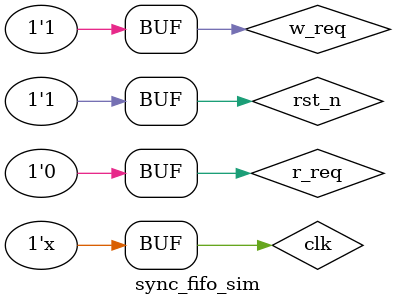
<source format=v>
`timescale 1ns / 1ps


module sync_fifo_sim(

    );
    
    reg clk;
    reg rst_n;
    reg [31:0]counter_w;
    wire [31:0] rdata;
    reg [31:0]counter_r;
    reg w_req;
    reg r_req;
    wire full;
    wire empty;
    initial
    begin
        clk <= 0;
        rst_n <= 0;
        w_req <= 0;
        r_req <= 0;
        counter_w <= 0;
        counter_r <= 0;
        #100
        rst_n <= 1;
        #200
        w_req = 1;
        #200 
        r_req = 1;
        #200 
        w_req = 0;
        #200 
        w_req = 1;
        #200 
        r_req = 0;
    end
    
    always #10 clk= ~clk;
    
    syc_fifo syc_fifo_inst (
	   .clk(clk),
	   .rst_n(rst_n),
	   .w_req(w_req),
	   .wdata(counter_w),
	   .full(full),
	   .rdata(rdata),
	   .r_req(r_req),
       .empty(empty)
    );

    always@(posedge clk)begin
        if(!rst_n)begin
            counter_w <= 0;
        end
        else if(w_req && !full)begin
            counter_w <= counter_w + 1;
        end
    end
    always@(posedge clk)begin
        if(!rst_n)begin
            counter_r <= 0;
        end
        else if(r_req && !empty)begin
            counter_r <= rdata;
        end
    end
    
    
endmodule

</source>
